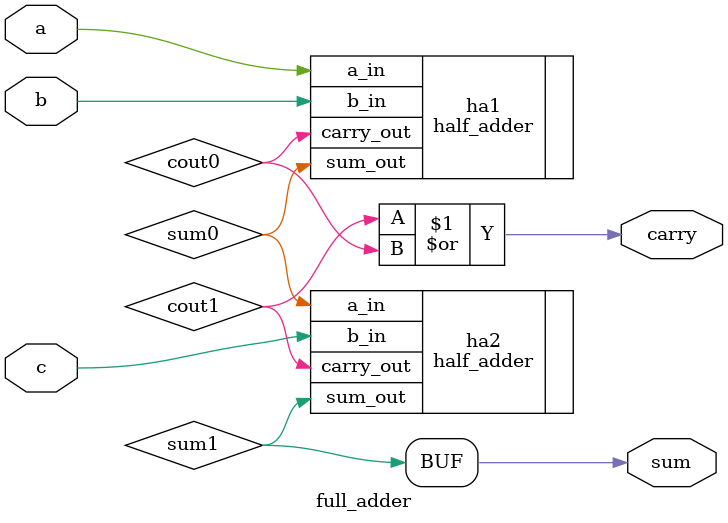
<source format=v>
module full_adder (
input wire a,
input wire b,
input wire c,
output wire sum, 
output wire carry
);

wire sum0;
wire cout0;
wire sum1;
wire cout1;

half_adder ha1 ( .a_in(a),.b_in(b),.sum_out(sum0),.carry_out(cout0));
half_adder ha2 ( .a_in(sum0),.b_in(c),.sum_out(sum1),.carry_out(cout1));

assign sum = sum1;
assign carry = cout1 | cout0;

endmodule

</source>
